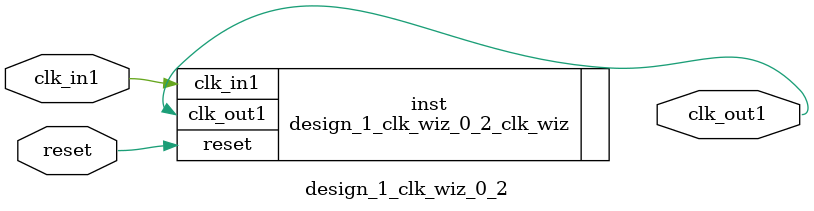
<source format=v>


`timescale 1ps/1ps

(* CORE_GENERATION_INFO = "design_1_clk_wiz_0_2,clk_wiz_v6_0_9_0_0,{component_name=design_1_clk_wiz_0_2,use_phase_alignment=true,use_min_o_jitter=false,use_max_i_jitter=false,use_dyn_phase_shift=false,use_inclk_switchover=false,use_dyn_reconfig=false,enable_axi=0,feedback_source=FDBK_AUTO,PRIMITIVE=MMCM,num_out_clk=1,clkin1_period=10.000,clkin2_period=10.000,use_power_down=false,use_reset=true,use_locked=false,use_inclk_stopped=false,feedback_type=SINGLE,CLOCK_MGR_TYPE=NA,manual_override=false}" *)

module design_1_clk_wiz_0_2 
 (
  // Clock out ports
  output        clk_out1,
  // Status and control signals
  input         reset,
 // Clock in ports
  input         clk_in1
 );

  design_1_clk_wiz_0_2_clk_wiz inst
  (
  // Clock out ports  
  .clk_out1(clk_out1),
  // Status and control signals               
  .reset(reset), 
 // Clock in ports
  .clk_in1(clk_in1)
  );

endmodule

</source>
